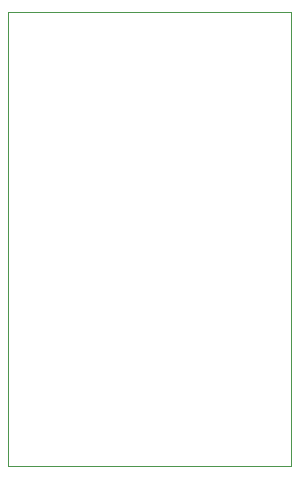
<source format=gbr>
G04 #@! TF.GenerationSoftware,KiCad,Pcbnew,(6.0.1)*
G04 #@! TF.CreationDate,2022-02-14T15:35:13+08:00*
G04 #@! TF.ProjectId,Test_Board,54657374-5f42-46f6-9172-642e6b696361,rev?*
G04 #@! TF.SameCoordinates,Original*
G04 #@! TF.FileFunction,Profile,NP*
%FSLAX46Y46*%
G04 Gerber Fmt 4.6, Leading zero omitted, Abs format (unit mm)*
G04 Created by KiCad (PCBNEW (6.0.1)) date 2022-02-14 15:35:13*
%MOMM*%
%LPD*%
G01*
G04 APERTURE LIST*
G04 #@! TA.AperFunction,Profile*
%ADD10C,0.100000*%
G04 #@! TD*
G04 APERTURE END LIST*
D10*
X140953062Y-85967368D02*
X140953062Y-80981366D01*
X140953062Y-50447967D02*
X116953062Y-50447967D01*
X116953060Y-80981366D02*
X116953061Y-85967367D01*
X116953062Y-50981366D02*
X116953062Y-50447967D01*
X140953062Y-50981368D02*
X140953062Y-50447967D01*
X116953063Y-88888367D02*
X140953062Y-88888367D01*
X116953061Y-85967367D02*
X116953063Y-88888367D01*
X140953062Y-50981368D02*
X140953062Y-80981366D01*
X140953062Y-85967368D02*
X140953062Y-88888367D01*
X116953060Y-80981366D02*
X116953062Y-50981366D01*
M02*

</source>
